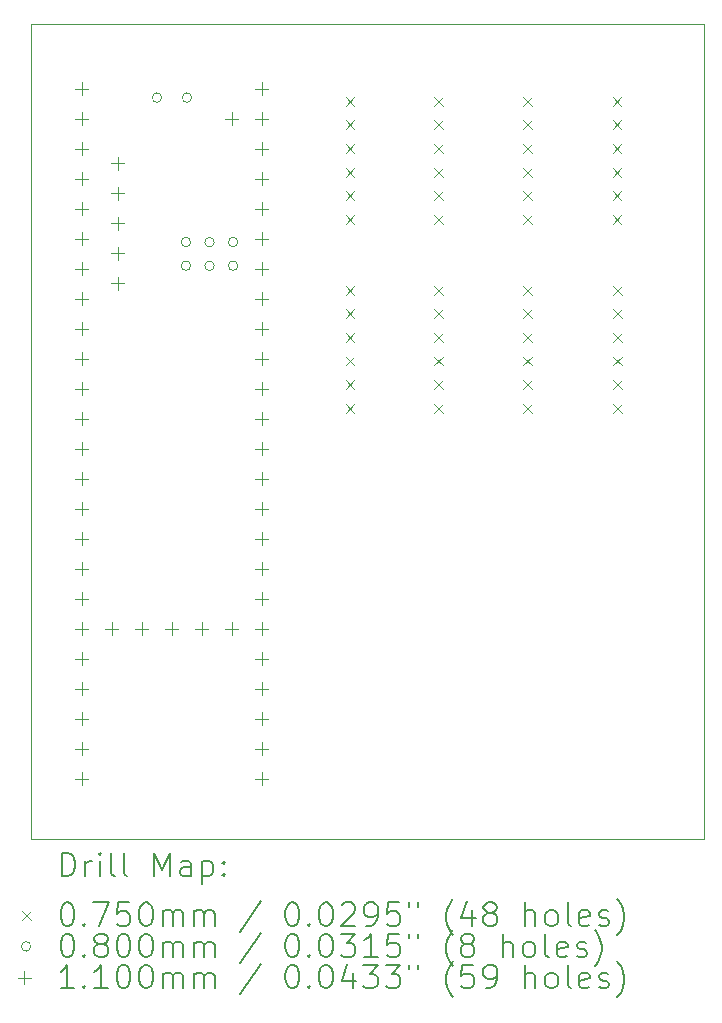
<source format=gbr>
%TF.GenerationSoftware,KiCad,Pcbnew,9.0.4*%
%TF.CreationDate,2025-09-16T15:36:57-04:00*%
%TF.ProjectId,mic,6d69632e-6b69-4636-9164-5f7063625858,rev?*%
%TF.SameCoordinates,Original*%
%TF.FileFunction,Drillmap*%
%TF.FilePolarity,Positive*%
%FSLAX45Y45*%
G04 Gerber Fmt 4.5, Leading zero omitted, Abs format (unit mm)*
G04 Created by KiCad (PCBNEW 9.0.4) date 2025-09-16 15:36:57*
%MOMM*%
%LPD*%
G01*
G04 APERTURE LIST*
%ADD10C,0.050000*%
%ADD11C,0.200000*%
%ADD12C,0.100000*%
%ADD13C,0.110000*%
G04 APERTURE END LIST*
D10*
X17900000Y-2850000D02*
X23600000Y-2850000D01*
X23600000Y-9750000D01*
X17900000Y-9750000D01*
X17900000Y-2850000D01*
D11*
D12*
X20562500Y-3462500D02*
X20637500Y-3537500D01*
X20637500Y-3462500D02*
X20562500Y-3537500D01*
X20562500Y-3662500D02*
X20637500Y-3737500D01*
X20637500Y-3662500D02*
X20562500Y-3737500D01*
X20562500Y-3862500D02*
X20637500Y-3937500D01*
X20637500Y-3862500D02*
X20562500Y-3937500D01*
X20562500Y-4062500D02*
X20637500Y-4137500D01*
X20637500Y-4062500D02*
X20562500Y-4137500D01*
X20562500Y-4262500D02*
X20637500Y-4337500D01*
X20637500Y-4262500D02*
X20562500Y-4337500D01*
X20562500Y-4462500D02*
X20637500Y-4537500D01*
X20637500Y-4462500D02*
X20562500Y-4537500D01*
X20562500Y-5062500D02*
X20637500Y-5137500D01*
X20637500Y-5062500D02*
X20562500Y-5137500D01*
X20562500Y-5262500D02*
X20637500Y-5337500D01*
X20637500Y-5262500D02*
X20562500Y-5337500D01*
X20562500Y-5462500D02*
X20637500Y-5537500D01*
X20637500Y-5462500D02*
X20562500Y-5537500D01*
X20562500Y-5662500D02*
X20637500Y-5737500D01*
X20637500Y-5662500D02*
X20562500Y-5737500D01*
X20562500Y-5862500D02*
X20637500Y-5937500D01*
X20637500Y-5862500D02*
X20562500Y-5937500D01*
X20562500Y-6062500D02*
X20637500Y-6137500D01*
X20637500Y-6062500D02*
X20562500Y-6137500D01*
X21312500Y-3462500D02*
X21387500Y-3537500D01*
X21387500Y-3462500D02*
X21312500Y-3537500D01*
X21312500Y-3662500D02*
X21387500Y-3737500D01*
X21387500Y-3662500D02*
X21312500Y-3737500D01*
X21312500Y-3862500D02*
X21387500Y-3937500D01*
X21387500Y-3862500D02*
X21312500Y-3937500D01*
X21312500Y-4062500D02*
X21387500Y-4137500D01*
X21387500Y-4062500D02*
X21312500Y-4137500D01*
X21312500Y-4262500D02*
X21387500Y-4337500D01*
X21387500Y-4262500D02*
X21312500Y-4337500D01*
X21312500Y-4462500D02*
X21387500Y-4537500D01*
X21387500Y-4462500D02*
X21312500Y-4537500D01*
X21312500Y-5062500D02*
X21387500Y-5137500D01*
X21387500Y-5062500D02*
X21312500Y-5137500D01*
X21312500Y-5262500D02*
X21387500Y-5337500D01*
X21387500Y-5262500D02*
X21312500Y-5337500D01*
X21312500Y-5462500D02*
X21387500Y-5537500D01*
X21387500Y-5462500D02*
X21312500Y-5537500D01*
X21312500Y-5662500D02*
X21387500Y-5737500D01*
X21387500Y-5662500D02*
X21312500Y-5737500D01*
X21312500Y-5862500D02*
X21387500Y-5937500D01*
X21387500Y-5862500D02*
X21312500Y-5937500D01*
X21312500Y-6062500D02*
X21387500Y-6137500D01*
X21387500Y-6062500D02*
X21312500Y-6137500D01*
X22062500Y-5062500D02*
X22137500Y-5137500D01*
X22137500Y-5062500D02*
X22062500Y-5137500D01*
X22062500Y-5262500D02*
X22137500Y-5337500D01*
X22137500Y-5262500D02*
X22062500Y-5337500D01*
X22062500Y-5462500D02*
X22137500Y-5537500D01*
X22137500Y-5462500D02*
X22062500Y-5537500D01*
X22062500Y-5662500D02*
X22137500Y-5737500D01*
X22137500Y-5662500D02*
X22062500Y-5737500D01*
X22062500Y-5862500D02*
X22137500Y-5937500D01*
X22137500Y-5862500D02*
X22062500Y-5937500D01*
X22062500Y-6062500D02*
X22137500Y-6137500D01*
X22137500Y-6062500D02*
X22062500Y-6137500D01*
X22067500Y-3462500D02*
X22142500Y-3537500D01*
X22142500Y-3462500D02*
X22067500Y-3537500D01*
X22067500Y-3662500D02*
X22142500Y-3737500D01*
X22142500Y-3662500D02*
X22067500Y-3737500D01*
X22067500Y-3862500D02*
X22142500Y-3937500D01*
X22142500Y-3862500D02*
X22067500Y-3937500D01*
X22067500Y-4062500D02*
X22142500Y-4137500D01*
X22142500Y-4062500D02*
X22067500Y-4137500D01*
X22067500Y-4262500D02*
X22142500Y-4337500D01*
X22142500Y-4262500D02*
X22067500Y-4337500D01*
X22067500Y-4462500D02*
X22142500Y-4537500D01*
X22142500Y-4462500D02*
X22067500Y-4537500D01*
X22822500Y-3462500D02*
X22897500Y-3537500D01*
X22897500Y-3462500D02*
X22822500Y-3537500D01*
X22822500Y-3662500D02*
X22897500Y-3737500D01*
X22897500Y-3662500D02*
X22822500Y-3737500D01*
X22822500Y-3862500D02*
X22897500Y-3937500D01*
X22897500Y-3862500D02*
X22822500Y-3937500D01*
X22822500Y-4062500D02*
X22897500Y-4137500D01*
X22897500Y-4062500D02*
X22822500Y-4137500D01*
X22822500Y-4262500D02*
X22897500Y-4337500D01*
X22897500Y-4262500D02*
X22822500Y-4337500D01*
X22822500Y-4462500D02*
X22897500Y-4537500D01*
X22897500Y-4462500D02*
X22822500Y-4537500D01*
X22827500Y-5062500D02*
X22902500Y-5137500D01*
X22902500Y-5062500D02*
X22827500Y-5137500D01*
X22827500Y-5262500D02*
X22902500Y-5337500D01*
X22902500Y-5262500D02*
X22827500Y-5337500D01*
X22827500Y-5462500D02*
X22902500Y-5537500D01*
X22902500Y-5462500D02*
X22827500Y-5537500D01*
X22827500Y-5662500D02*
X22902500Y-5737500D01*
X22902500Y-5662500D02*
X22827500Y-5737500D01*
X22827500Y-5862500D02*
X22902500Y-5937500D01*
X22902500Y-5862500D02*
X22827500Y-5937500D01*
X22827500Y-6062500D02*
X22902500Y-6137500D01*
X22902500Y-6062500D02*
X22827500Y-6137500D01*
X19005000Y-3469000D02*
G75*
G02*
X18925000Y-3469000I-40000J0D01*
G01*
X18925000Y-3469000D02*
G75*
G02*
X19005000Y-3469000I40000J0D01*
G01*
X19250160Y-4693000D02*
G75*
G02*
X19170160Y-4693000I-40000J0D01*
G01*
X19170160Y-4693000D02*
G75*
G02*
X19250160Y-4693000I40000J0D01*
G01*
X19250160Y-4893000D02*
G75*
G02*
X19170160Y-4893000I-40000J0D01*
G01*
X19170160Y-4893000D02*
G75*
G02*
X19250160Y-4893000I40000J0D01*
G01*
X19259000Y-3469000D02*
G75*
G02*
X19179000Y-3469000I-40000J0D01*
G01*
X19179000Y-3469000D02*
G75*
G02*
X19259000Y-3469000I40000J0D01*
G01*
X19450160Y-4693000D02*
G75*
G02*
X19370160Y-4693000I-40000J0D01*
G01*
X19370160Y-4693000D02*
G75*
G02*
X19450160Y-4693000I40000J0D01*
G01*
X19450160Y-4893000D02*
G75*
G02*
X19370160Y-4893000I-40000J0D01*
G01*
X19370160Y-4893000D02*
G75*
G02*
X19450160Y-4893000I40000J0D01*
G01*
X19650160Y-4693000D02*
G75*
G02*
X19570160Y-4693000I-40000J0D01*
G01*
X19570160Y-4693000D02*
G75*
G02*
X19650160Y-4693000I40000J0D01*
G01*
X19650160Y-4893000D02*
G75*
G02*
X19570160Y-4893000I-40000J0D01*
G01*
X19570160Y-4893000D02*
G75*
G02*
X19650160Y-4893000I40000J0D01*
G01*
D13*
X18330000Y-3341000D02*
X18330000Y-3451000D01*
X18275000Y-3396000D02*
X18385000Y-3396000D01*
X18330000Y-3595000D02*
X18330000Y-3705000D01*
X18275000Y-3650000D02*
X18385000Y-3650000D01*
X18330000Y-3849000D02*
X18330000Y-3959000D01*
X18275000Y-3904000D02*
X18385000Y-3904000D01*
X18330000Y-4103000D02*
X18330000Y-4213000D01*
X18275000Y-4158000D02*
X18385000Y-4158000D01*
X18330000Y-4357000D02*
X18330000Y-4467000D01*
X18275000Y-4412000D02*
X18385000Y-4412000D01*
X18330000Y-4611000D02*
X18330000Y-4721000D01*
X18275000Y-4666000D02*
X18385000Y-4666000D01*
X18330000Y-4865000D02*
X18330000Y-4975000D01*
X18275000Y-4920000D02*
X18385000Y-4920000D01*
X18330000Y-5119000D02*
X18330000Y-5229000D01*
X18275000Y-5174000D02*
X18385000Y-5174000D01*
X18330000Y-5373000D02*
X18330000Y-5483000D01*
X18275000Y-5428000D02*
X18385000Y-5428000D01*
X18330000Y-5627000D02*
X18330000Y-5737000D01*
X18275000Y-5682000D02*
X18385000Y-5682000D01*
X18330000Y-5881000D02*
X18330000Y-5991000D01*
X18275000Y-5936000D02*
X18385000Y-5936000D01*
X18330000Y-6135000D02*
X18330000Y-6245000D01*
X18275000Y-6190000D02*
X18385000Y-6190000D01*
X18330000Y-6389000D02*
X18330000Y-6499000D01*
X18275000Y-6444000D02*
X18385000Y-6444000D01*
X18330000Y-6643000D02*
X18330000Y-6753000D01*
X18275000Y-6698000D02*
X18385000Y-6698000D01*
X18330000Y-6897000D02*
X18330000Y-7007000D01*
X18275000Y-6952000D02*
X18385000Y-6952000D01*
X18330000Y-7151000D02*
X18330000Y-7261000D01*
X18275000Y-7206000D02*
X18385000Y-7206000D01*
X18330000Y-7405000D02*
X18330000Y-7515000D01*
X18275000Y-7460000D02*
X18385000Y-7460000D01*
X18330000Y-7659000D02*
X18330000Y-7769000D01*
X18275000Y-7714000D02*
X18385000Y-7714000D01*
X18330000Y-7913000D02*
X18330000Y-8023000D01*
X18275000Y-7968000D02*
X18385000Y-7968000D01*
X18330000Y-8167000D02*
X18330000Y-8277000D01*
X18275000Y-8222000D02*
X18385000Y-8222000D01*
X18330000Y-8421000D02*
X18330000Y-8531000D01*
X18275000Y-8476000D02*
X18385000Y-8476000D01*
X18330000Y-8675000D02*
X18330000Y-8785000D01*
X18275000Y-8730000D02*
X18385000Y-8730000D01*
X18330000Y-8929000D02*
X18330000Y-9039000D01*
X18275000Y-8984000D02*
X18385000Y-8984000D01*
X18330000Y-9183000D02*
X18330000Y-9293000D01*
X18275000Y-9238000D02*
X18385000Y-9238000D01*
X18584000Y-7913000D02*
X18584000Y-8023000D01*
X18529000Y-7968000D02*
X18639000Y-7968000D01*
X18635080Y-3970920D02*
X18635080Y-4080920D01*
X18580080Y-4025920D02*
X18690080Y-4025920D01*
X18635080Y-4224920D02*
X18635080Y-4334920D01*
X18580080Y-4279920D02*
X18690080Y-4279920D01*
X18635080Y-4478920D02*
X18635080Y-4588920D01*
X18580080Y-4533920D02*
X18690080Y-4533920D01*
X18635080Y-4732920D02*
X18635080Y-4842920D01*
X18580080Y-4787920D02*
X18690080Y-4787920D01*
X18635080Y-4986920D02*
X18635080Y-5096920D01*
X18580080Y-5041920D02*
X18690080Y-5041920D01*
X18838000Y-7913000D02*
X18838000Y-8023000D01*
X18783000Y-7968000D02*
X18893000Y-7968000D01*
X19092000Y-7913000D02*
X19092000Y-8023000D01*
X19037000Y-7968000D02*
X19147000Y-7968000D01*
X19346000Y-7913000D02*
X19346000Y-8023000D01*
X19291000Y-7968000D02*
X19401000Y-7968000D01*
X19600000Y-3595000D02*
X19600000Y-3705000D01*
X19545000Y-3650000D02*
X19655000Y-3650000D01*
X19600000Y-7913000D02*
X19600000Y-8023000D01*
X19545000Y-7968000D02*
X19655000Y-7968000D01*
X19854000Y-3341000D02*
X19854000Y-3451000D01*
X19799000Y-3396000D02*
X19909000Y-3396000D01*
X19854000Y-3595000D02*
X19854000Y-3705000D01*
X19799000Y-3650000D02*
X19909000Y-3650000D01*
X19854000Y-3849000D02*
X19854000Y-3959000D01*
X19799000Y-3904000D02*
X19909000Y-3904000D01*
X19854000Y-4103000D02*
X19854000Y-4213000D01*
X19799000Y-4158000D02*
X19909000Y-4158000D01*
X19854000Y-4357000D02*
X19854000Y-4467000D01*
X19799000Y-4412000D02*
X19909000Y-4412000D01*
X19854000Y-4611000D02*
X19854000Y-4721000D01*
X19799000Y-4666000D02*
X19909000Y-4666000D01*
X19854000Y-4865000D02*
X19854000Y-4975000D01*
X19799000Y-4920000D02*
X19909000Y-4920000D01*
X19854000Y-5119000D02*
X19854000Y-5229000D01*
X19799000Y-5174000D02*
X19909000Y-5174000D01*
X19854000Y-5373000D02*
X19854000Y-5483000D01*
X19799000Y-5428000D02*
X19909000Y-5428000D01*
X19854000Y-5627000D02*
X19854000Y-5737000D01*
X19799000Y-5682000D02*
X19909000Y-5682000D01*
X19854000Y-5881000D02*
X19854000Y-5991000D01*
X19799000Y-5936000D02*
X19909000Y-5936000D01*
X19854000Y-6135000D02*
X19854000Y-6245000D01*
X19799000Y-6190000D02*
X19909000Y-6190000D01*
X19854000Y-6389000D02*
X19854000Y-6499000D01*
X19799000Y-6444000D02*
X19909000Y-6444000D01*
X19854000Y-6643000D02*
X19854000Y-6753000D01*
X19799000Y-6698000D02*
X19909000Y-6698000D01*
X19854000Y-6897000D02*
X19854000Y-7007000D01*
X19799000Y-6952000D02*
X19909000Y-6952000D01*
X19854000Y-7151000D02*
X19854000Y-7261000D01*
X19799000Y-7206000D02*
X19909000Y-7206000D01*
X19854000Y-7405000D02*
X19854000Y-7515000D01*
X19799000Y-7460000D02*
X19909000Y-7460000D01*
X19854000Y-7659000D02*
X19854000Y-7769000D01*
X19799000Y-7714000D02*
X19909000Y-7714000D01*
X19854000Y-7913000D02*
X19854000Y-8023000D01*
X19799000Y-7968000D02*
X19909000Y-7968000D01*
X19854000Y-8167000D02*
X19854000Y-8277000D01*
X19799000Y-8222000D02*
X19909000Y-8222000D01*
X19854000Y-8421000D02*
X19854000Y-8531000D01*
X19799000Y-8476000D02*
X19909000Y-8476000D01*
X19854000Y-8675000D02*
X19854000Y-8785000D01*
X19799000Y-8730000D02*
X19909000Y-8730000D01*
X19854000Y-8929000D02*
X19854000Y-9039000D01*
X19799000Y-8984000D02*
X19909000Y-8984000D01*
X19854000Y-9183000D02*
X19854000Y-9293000D01*
X19799000Y-9238000D02*
X19909000Y-9238000D01*
D11*
X18158277Y-10063984D02*
X18158277Y-9863984D01*
X18158277Y-9863984D02*
X18205896Y-9863984D01*
X18205896Y-9863984D02*
X18234467Y-9873508D01*
X18234467Y-9873508D02*
X18253515Y-9892555D01*
X18253515Y-9892555D02*
X18263039Y-9911603D01*
X18263039Y-9911603D02*
X18272563Y-9949698D01*
X18272563Y-9949698D02*
X18272563Y-9978270D01*
X18272563Y-9978270D02*
X18263039Y-10016365D01*
X18263039Y-10016365D02*
X18253515Y-10035412D01*
X18253515Y-10035412D02*
X18234467Y-10054460D01*
X18234467Y-10054460D02*
X18205896Y-10063984D01*
X18205896Y-10063984D02*
X18158277Y-10063984D01*
X18358277Y-10063984D02*
X18358277Y-9930650D01*
X18358277Y-9968746D02*
X18367801Y-9949698D01*
X18367801Y-9949698D02*
X18377324Y-9940174D01*
X18377324Y-9940174D02*
X18396372Y-9930650D01*
X18396372Y-9930650D02*
X18415420Y-9930650D01*
X18482086Y-10063984D02*
X18482086Y-9930650D01*
X18482086Y-9863984D02*
X18472563Y-9873508D01*
X18472563Y-9873508D02*
X18482086Y-9883031D01*
X18482086Y-9883031D02*
X18491610Y-9873508D01*
X18491610Y-9873508D02*
X18482086Y-9863984D01*
X18482086Y-9863984D02*
X18482086Y-9883031D01*
X18605896Y-10063984D02*
X18586848Y-10054460D01*
X18586848Y-10054460D02*
X18577324Y-10035412D01*
X18577324Y-10035412D02*
X18577324Y-9863984D01*
X18710658Y-10063984D02*
X18691610Y-10054460D01*
X18691610Y-10054460D02*
X18682086Y-10035412D01*
X18682086Y-10035412D02*
X18682086Y-9863984D01*
X18939229Y-10063984D02*
X18939229Y-9863984D01*
X18939229Y-9863984D02*
X19005896Y-10006841D01*
X19005896Y-10006841D02*
X19072563Y-9863984D01*
X19072563Y-9863984D02*
X19072563Y-10063984D01*
X19253515Y-10063984D02*
X19253515Y-9959222D01*
X19253515Y-9959222D02*
X19243991Y-9940174D01*
X19243991Y-9940174D02*
X19224944Y-9930650D01*
X19224944Y-9930650D02*
X19186848Y-9930650D01*
X19186848Y-9930650D02*
X19167801Y-9940174D01*
X19253515Y-10054460D02*
X19234467Y-10063984D01*
X19234467Y-10063984D02*
X19186848Y-10063984D01*
X19186848Y-10063984D02*
X19167801Y-10054460D01*
X19167801Y-10054460D02*
X19158277Y-10035412D01*
X19158277Y-10035412D02*
X19158277Y-10016365D01*
X19158277Y-10016365D02*
X19167801Y-9997317D01*
X19167801Y-9997317D02*
X19186848Y-9987793D01*
X19186848Y-9987793D02*
X19234467Y-9987793D01*
X19234467Y-9987793D02*
X19253515Y-9978270D01*
X19348753Y-9930650D02*
X19348753Y-10130650D01*
X19348753Y-9940174D02*
X19367801Y-9930650D01*
X19367801Y-9930650D02*
X19405896Y-9930650D01*
X19405896Y-9930650D02*
X19424944Y-9940174D01*
X19424944Y-9940174D02*
X19434467Y-9949698D01*
X19434467Y-9949698D02*
X19443991Y-9968746D01*
X19443991Y-9968746D02*
X19443991Y-10025889D01*
X19443991Y-10025889D02*
X19434467Y-10044936D01*
X19434467Y-10044936D02*
X19424944Y-10054460D01*
X19424944Y-10054460D02*
X19405896Y-10063984D01*
X19405896Y-10063984D02*
X19367801Y-10063984D01*
X19367801Y-10063984D02*
X19348753Y-10054460D01*
X19529705Y-10044936D02*
X19539229Y-10054460D01*
X19539229Y-10054460D02*
X19529705Y-10063984D01*
X19529705Y-10063984D02*
X19520182Y-10054460D01*
X19520182Y-10054460D02*
X19529705Y-10044936D01*
X19529705Y-10044936D02*
X19529705Y-10063984D01*
X19529705Y-9940174D02*
X19539229Y-9949698D01*
X19539229Y-9949698D02*
X19529705Y-9959222D01*
X19529705Y-9959222D02*
X19520182Y-9949698D01*
X19520182Y-9949698D02*
X19529705Y-9940174D01*
X19529705Y-9940174D02*
X19529705Y-9959222D01*
D12*
X17822500Y-10355000D02*
X17897500Y-10430000D01*
X17897500Y-10355000D02*
X17822500Y-10430000D01*
D11*
X18196372Y-10283984D02*
X18215420Y-10283984D01*
X18215420Y-10283984D02*
X18234467Y-10293508D01*
X18234467Y-10293508D02*
X18243991Y-10303031D01*
X18243991Y-10303031D02*
X18253515Y-10322079D01*
X18253515Y-10322079D02*
X18263039Y-10360174D01*
X18263039Y-10360174D02*
X18263039Y-10407793D01*
X18263039Y-10407793D02*
X18253515Y-10445889D01*
X18253515Y-10445889D02*
X18243991Y-10464936D01*
X18243991Y-10464936D02*
X18234467Y-10474460D01*
X18234467Y-10474460D02*
X18215420Y-10483984D01*
X18215420Y-10483984D02*
X18196372Y-10483984D01*
X18196372Y-10483984D02*
X18177324Y-10474460D01*
X18177324Y-10474460D02*
X18167801Y-10464936D01*
X18167801Y-10464936D02*
X18158277Y-10445889D01*
X18158277Y-10445889D02*
X18148753Y-10407793D01*
X18148753Y-10407793D02*
X18148753Y-10360174D01*
X18148753Y-10360174D02*
X18158277Y-10322079D01*
X18158277Y-10322079D02*
X18167801Y-10303031D01*
X18167801Y-10303031D02*
X18177324Y-10293508D01*
X18177324Y-10293508D02*
X18196372Y-10283984D01*
X18348753Y-10464936D02*
X18358277Y-10474460D01*
X18358277Y-10474460D02*
X18348753Y-10483984D01*
X18348753Y-10483984D02*
X18339229Y-10474460D01*
X18339229Y-10474460D02*
X18348753Y-10464936D01*
X18348753Y-10464936D02*
X18348753Y-10483984D01*
X18424944Y-10283984D02*
X18558277Y-10283984D01*
X18558277Y-10283984D02*
X18472563Y-10483984D01*
X18729705Y-10283984D02*
X18634467Y-10283984D01*
X18634467Y-10283984D02*
X18624944Y-10379222D01*
X18624944Y-10379222D02*
X18634467Y-10369698D01*
X18634467Y-10369698D02*
X18653515Y-10360174D01*
X18653515Y-10360174D02*
X18701134Y-10360174D01*
X18701134Y-10360174D02*
X18720182Y-10369698D01*
X18720182Y-10369698D02*
X18729705Y-10379222D01*
X18729705Y-10379222D02*
X18739229Y-10398270D01*
X18739229Y-10398270D02*
X18739229Y-10445889D01*
X18739229Y-10445889D02*
X18729705Y-10464936D01*
X18729705Y-10464936D02*
X18720182Y-10474460D01*
X18720182Y-10474460D02*
X18701134Y-10483984D01*
X18701134Y-10483984D02*
X18653515Y-10483984D01*
X18653515Y-10483984D02*
X18634467Y-10474460D01*
X18634467Y-10474460D02*
X18624944Y-10464936D01*
X18863039Y-10283984D02*
X18882086Y-10283984D01*
X18882086Y-10283984D02*
X18901134Y-10293508D01*
X18901134Y-10293508D02*
X18910658Y-10303031D01*
X18910658Y-10303031D02*
X18920182Y-10322079D01*
X18920182Y-10322079D02*
X18929705Y-10360174D01*
X18929705Y-10360174D02*
X18929705Y-10407793D01*
X18929705Y-10407793D02*
X18920182Y-10445889D01*
X18920182Y-10445889D02*
X18910658Y-10464936D01*
X18910658Y-10464936D02*
X18901134Y-10474460D01*
X18901134Y-10474460D02*
X18882086Y-10483984D01*
X18882086Y-10483984D02*
X18863039Y-10483984D01*
X18863039Y-10483984D02*
X18843991Y-10474460D01*
X18843991Y-10474460D02*
X18834467Y-10464936D01*
X18834467Y-10464936D02*
X18824944Y-10445889D01*
X18824944Y-10445889D02*
X18815420Y-10407793D01*
X18815420Y-10407793D02*
X18815420Y-10360174D01*
X18815420Y-10360174D02*
X18824944Y-10322079D01*
X18824944Y-10322079D02*
X18834467Y-10303031D01*
X18834467Y-10303031D02*
X18843991Y-10293508D01*
X18843991Y-10293508D02*
X18863039Y-10283984D01*
X19015420Y-10483984D02*
X19015420Y-10350650D01*
X19015420Y-10369698D02*
X19024944Y-10360174D01*
X19024944Y-10360174D02*
X19043991Y-10350650D01*
X19043991Y-10350650D02*
X19072563Y-10350650D01*
X19072563Y-10350650D02*
X19091610Y-10360174D01*
X19091610Y-10360174D02*
X19101134Y-10379222D01*
X19101134Y-10379222D02*
X19101134Y-10483984D01*
X19101134Y-10379222D02*
X19110658Y-10360174D01*
X19110658Y-10360174D02*
X19129705Y-10350650D01*
X19129705Y-10350650D02*
X19158277Y-10350650D01*
X19158277Y-10350650D02*
X19177325Y-10360174D01*
X19177325Y-10360174D02*
X19186848Y-10379222D01*
X19186848Y-10379222D02*
X19186848Y-10483984D01*
X19282086Y-10483984D02*
X19282086Y-10350650D01*
X19282086Y-10369698D02*
X19291610Y-10360174D01*
X19291610Y-10360174D02*
X19310658Y-10350650D01*
X19310658Y-10350650D02*
X19339229Y-10350650D01*
X19339229Y-10350650D02*
X19358277Y-10360174D01*
X19358277Y-10360174D02*
X19367801Y-10379222D01*
X19367801Y-10379222D02*
X19367801Y-10483984D01*
X19367801Y-10379222D02*
X19377325Y-10360174D01*
X19377325Y-10360174D02*
X19396372Y-10350650D01*
X19396372Y-10350650D02*
X19424944Y-10350650D01*
X19424944Y-10350650D02*
X19443991Y-10360174D01*
X19443991Y-10360174D02*
X19453515Y-10379222D01*
X19453515Y-10379222D02*
X19453515Y-10483984D01*
X19843991Y-10274460D02*
X19672563Y-10531603D01*
X20101134Y-10283984D02*
X20120182Y-10283984D01*
X20120182Y-10283984D02*
X20139229Y-10293508D01*
X20139229Y-10293508D02*
X20148753Y-10303031D01*
X20148753Y-10303031D02*
X20158277Y-10322079D01*
X20158277Y-10322079D02*
X20167801Y-10360174D01*
X20167801Y-10360174D02*
X20167801Y-10407793D01*
X20167801Y-10407793D02*
X20158277Y-10445889D01*
X20158277Y-10445889D02*
X20148753Y-10464936D01*
X20148753Y-10464936D02*
X20139229Y-10474460D01*
X20139229Y-10474460D02*
X20120182Y-10483984D01*
X20120182Y-10483984D02*
X20101134Y-10483984D01*
X20101134Y-10483984D02*
X20082087Y-10474460D01*
X20082087Y-10474460D02*
X20072563Y-10464936D01*
X20072563Y-10464936D02*
X20063039Y-10445889D01*
X20063039Y-10445889D02*
X20053515Y-10407793D01*
X20053515Y-10407793D02*
X20053515Y-10360174D01*
X20053515Y-10360174D02*
X20063039Y-10322079D01*
X20063039Y-10322079D02*
X20072563Y-10303031D01*
X20072563Y-10303031D02*
X20082087Y-10293508D01*
X20082087Y-10293508D02*
X20101134Y-10283984D01*
X20253515Y-10464936D02*
X20263039Y-10474460D01*
X20263039Y-10474460D02*
X20253515Y-10483984D01*
X20253515Y-10483984D02*
X20243991Y-10474460D01*
X20243991Y-10474460D02*
X20253515Y-10464936D01*
X20253515Y-10464936D02*
X20253515Y-10483984D01*
X20386848Y-10283984D02*
X20405896Y-10283984D01*
X20405896Y-10283984D02*
X20424944Y-10293508D01*
X20424944Y-10293508D02*
X20434468Y-10303031D01*
X20434468Y-10303031D02*
X20443991Y-10322079D01*
X20443991Y-10322079D02*
X20453515Y-10360174D01*
X20453515Y-10360174D02*
X20453515Y-10407793D01*
X20453515Y-10407793D02*
X20443991Y-10445889D01*
X20443991Y-10445889D02*
X20434468Y-10464936D01*
X20434468Y-10464936D02*
X20424944Y-10474460D01*
X20424944Y-10474460D02*
X20405896Y-10483984D01*
X20405896Y-10483984D02*
X20386848Y-10483984D01*
X20386848Y-10483984D02*
X20367801Y-10474460D01*
X20367801Y-10474460D02*
X20358277Y-10464936D01*
X20358277Y-10464936D02*
X20348753Y-10445889D01*
X20348753Y-10445889D02*
X20339229Y-10407793D01*
X20339229Y-10407793D02*
X20339229Y-10360174D01*
X20339229Y-10360174D02*
X20348753Y-10322079D01*
X20348753Y-10322079D02*
X20358277Y-10303031D01*
X20358277Y-10303031D02*
X20367801Y-10293508D01*
X20367801Y-10293508D02*
X20386848Y-10283984D01*
X20529706Y-10303031D02*
X20539229Y-10293508D01*
X20539229Y-10293508D02*
X20558277Y-10283984D01*
X20558277Y-10283984D02*
X20605896Y-10283984D01*
X20605896Y-10283984D02*
X20624944Y-10293508D01*
X20624944Y-10293508D02*
X20634468Y-10303031D01*
X20634468Y-10303031D02*
X20643991Y-10322079D01*
X20643991Y-10322079D02*
X20643991Y-10341127D01*
X20643991Y-10341127D02*
X20634468Y-10369698D01*
X20634468Y-10369698D02*
X20520182Y-10483984D01*
X20520182Y-10483984D02*
X20643991Y-10483984D01*
X20739229Y-10483984D02*
X20777325Y-10483984D01*
X20777325Y-10483984D02*
X20796372Y-10474460D01*
X20796372Y-10474460D02*
X20805896Y-10464936D01*
X20805896Y-10464936D02*
X20824944Y-10436365D01*
X20824944Y-10436365D02*
X20834468Y-10398270D01*
X20834468Y-10398270D02*
X20834468Y-10322079D01*
X20834468Y-10322079D02*
X20824944Y-10303031D01*
X20824944Y-10303031D02*
X20815420Y-10293508D01*
X20815420Y-10293508D02*
X20796372Y-10283984D01*
X20796372Y-10283984D02*
X20758277Y-10283984D01*
X20758277Y-10283984D02*
X20739229Y-10293508D01*
X20739229Y-10293508D02*
X20729706Y-10303031D01*
X20729706Y-10303031D02*
X20720182Y-10322079D01*
X20720182Y-10322079D02*
X20720182Y-10369698D01*
X20720182Y-10369698D02*
X20729706Y-10388746D01*
X20729706Y-10388746D02*
X20739229Y-10398270D01*
X20739229Y-10398270D02*
X20758277Y-10407793D01*
X20758277Y-10407793D02*
X20796372Y-10407793D01*
X20796372Y-10407793D02*
X20815420Y-10398270D01*
X20815420Y-10398270D02*
X20824944Y-10388746D01*
X20824944Y-10388746D02*
X20834468Y-10369698D01*
X21015420Y-10283984D02*
X20920182Y-10283984D01*
X20920182Y-10283984D02*
X20910658Y-10379222D01*
X20910658Y-10379222D02*
X20920182Y-10369698D01*
X20920182Y-10369698D02*
X20939229Y-10360174D01*
X20939229Y-10360174D02*
X20986849Y-10360174D01*
X20986849Y-10360174D02*
X21005896Y-10369698D01*
X21005896Y-10369698D02*
X21015420Y-10379222D01*
X21015420Y-10379222D02*
X21024944Y-10398270D01*
X21024944Y-10398270D02*
X21024944Y-10445889D01*
X21024944Y-10445889D02*
X21015420Y-10464936D01*
X21015420Y-10464936D02*
X21005896Y-10474460D01*
X21005896Y-10474460D02*
X20986849Y-10483984D01*
X20986849Y-10483984D02*
X20939229Y-10483984D01*
X20939229Y-10483984D02*
X20920182Y-10474460D01*
X20920182Y-10474460D02*
X20910658Y-10464936D01*
X21101134Y-10283984D02*
X21101134Y-10322079D01*
X21177325Y-10283984D02*
X21177325Y-10322079D01*
X21472563Y-10560174D02*
X21463039Y-10550650D01*
X21463039Y-10550650D02*
X21443991Y-10522079D01*
X21443991Y-10522079D02*
X21434468Y-10503031D01*
X21434468Y-10503031D02*
X21424944Y-10474460D01*
X21424944Y-10474460D02*
X21415420Y-10426841D01*
X21415420Y-10426841D02*
X21415420Y-10388746D01*
X21415420Y-10388746D02*
X21424944Y-10341127D01*
X21424944Y-10341127D02*
X21434468Y-10312555D01*
X21434468Y-10312555D02*
X21443991Y-10293508D01*
X21443991Y-10293508D02*
X21463039Y-10264936D01*
X21463039Y-10264936D02*
X21472563Y-10255412D01*
X21634468Y-10350650D02*
X21634468Y-10483984D01*
X21586849Y-10274460D02*
X21539230Y-10417317D01*
X21539230Y-10417317D02*
X21663039Y-10417317D01*
X21767801Y-10369698D02*
X21748753Y-10360174D01*
X21748753Y-10360174D02*
X21739230Y-10350650D01*
X21739230Y-10350650D02*
X21729706Y-10331603D01*
X21729706Y-10331603D02*
X21729706Y-10322079D01*
X21729706Y-10322079D02*
X21739230Y-10303031D01*
X21739230Y-10303031D02*
X21748753Y-10293508D01*
X21748753Y-10293508D02*
X21767801Y-10283984D01*
X21767801Y-10283984D02*
X21805896Y-10283984D01*
X21805896Y-10283984D02*
X21824944Y-10293508D01*
X21824944Y-10293508D02*
X21834468Y-10303031D01*
X21834468Y-10303031D02*
X21843991Y-10322079D01*
X21843991Y-10322079D02*
X21843991Y-10331603D01*
X21843991Y-10331603D02*
X21834468Y-10350650D01*
X21834468Y-10350650D02*
X21824944Y-10360174D01*
X21824944Y-10360174D02*
X21805896Y-10369698D01*
X21805896Y-10369698D02*
X21767801Y-10369698D01*
X21767801Y-10369698D02*
X21748753Y-10379222D01*
X21748753Y-10379222D02*
X21739230Y-10388746D01*
X21739230Y-10388746D02*
X21729706Y-10407793D01*
X21729706Y-10407793D02*
X21729706Y-10445889D01*
X21729706Y-10445889D02*
X21739230Y-10464936D01*
X21739230Y-10464936D02*
X21748753Y-10474460D01*
X21748753Y-10474460D02*
X21767801Y-10483984D01*
X21767801Y-10483984D02*
X21805896Y-10483984D01*
X21805896Y-10483984D02*
X21824944Y-10474460D01*
X21824944Y-10474460D02*
X21834468Y-10464936D01*
X21834468Y-10464936D02*
X21843991Y-10445889D01*
X21843991Y-10445889D02*
X21843991Y-10407793D01*
X21843991Y-10407793D02*
X21834468Y-10388746D01*
X21834468Y-10388746D02*
X21824944Y-10379222D01*
X21824944Y-10379222D02*
X21805896Y-10369698D01*
X22082087Y-10483984D02*
X22082087Y-10283984D01*
X22167801Y-10483984D02*
X22167801Y-10379222D01*
X22167801Y-10379222D02*
X22158277Y-10360174D01*
X22158277Y-10360174D02*
X22139230Y-10350650D01*
X22139230Y-10350650D02*
X22110658Y-10350650D01*
X22110658Y-10350650D02*
X22091611Y-10360174D01*
X22091611Y-10360174D02*
X22082087Y-10369698D01*
X22291611Y-10483984D02*
X22272563Y-10474460D01*
X22272563Y-10474460D02*
X22263039Y-10464936D01*
X22263039Y-10464936D02*
X22253515Y-10445889D01*
X22253515Y-10445889D02*
X22253515Y-10388746D01*
X22253515Y-10388746D02*
X22263039Y-10369698D01*
X22263039Y-10369698D02*
X22272563Y-10360174D01*
X22272563Y-10360174D02*
X22291611Y-10350650D01*
X22291611Y-10350650D02*
X22320182Y-10350650D01*
X22320182Y-10350650D02*
X22339230Y-10360174D01*
X22339230Y-10360174D02*
X22348753Y-10369698D01*
X22348753Y-10369698D02*
X22358277Y-10388746D01*
X22358277Y-10388746D02*
X22358277Y-10445889D01*
X22358277Y-10445889D02*
X22348753Y-10464936D01*
X22348753Y-10464936D02*
X22339230Y-10474460D01*
X22339230Y-10474460D02*
X22320182Y-10483984D01*
X22320182Y-10483984D02*
X22291611Y-10483984D01*
X22472563Y-10483984D02*
X22453515Y-10474460D01*
X22453515Y-10474460D02*
X22443991Y-10455412D01*
X22443991Y-10455412D02*
X22443991Y-10283984D01*
X22624944Y-10474460D02*
X22605896Y-10483984D01*
X22605896Y-10483984D02*
X22567801Y-10483984D01*
X22567801Y-10483984D02*
X22548753Y-10474460D01*
X22548753Y-10474460D02*
X22539230Y-10455412D01*
X22539230Y-10455412D02*
X22539230Y-10379222D01*
X22539230Y-10379222D02*
X22548753Y-10360174D01*
X22548753Y-10360174D02*
X22567801Y-10350650D01*
X22567801Y-10350650D02*
X22605896Y-10350650D01*
X22605896Y-10350650D02*
X22624944Y-10360174D01*
X22624944Y-10360174D02*
X22634468Y-10379222D01*
X22634468Y-10379222D02*
X22634468Y-10398270D01*
X22634468Y-10398270D02*
X22539230Y-10417317D01*
X22710658Y-10474460D02*
X22729706Y-10483984D01*
X22729706Y-10483984D02*
X22767801Y-10483984D01*
X22767801Y-10483984D02*
X22786849Y-10474460D01*
X22786849Y-10474460D02*
X22796372Y-10455412D01*
X22796372Y-10455412D02*
X22796372Y-10445889D01*
X22796372Y-10445889D02*
X22786849Y-10426841D01*
X22786849Y-10426841D02*
X22767801Y-10417317D01*
X22767801Y-10417317D02*
X22739230Y-10417317D01*
X22739230Y-10417317D02*
X22720182Y-10407793D01*
X22720182Y-10407793D02*
X22710658Y-10388746D01*
X22710658Y-10388746D02*
X22710658Y-10379222D01*
X22710658Y-10379222D02*
X22720182Y-10360174D01*
X22720182Y-10360174D02*
X22739230Y-10350650D01*
X22739230Y-10350650D02*
X22767801Y-10350650D01*
X22767801Y-10350650D02*
X22786849Y-10360174D01*
X22863039Y-10560174D02*
X22872563Y-10550650D01*
X22872563Y-10550650D02*
X22891611Y-10522079D01*
X22891611Y-10522079D02*
X22901134Y-10503031D01*
X22901134Y-10503031D02*
X22910658Y-10474460D01*
X22910658Y-10474460D02*
X22920182Y-10426841D01*
X22920182Y-10426841D02*
X22920182Y-10388746D01*
X22920182Y-10388746D02*
X22910658Y-10341127D01*
X22910658Y-10341127D02*
X22901134Y-10312555D01*
X22901134Y-10312555D02*
X22891611Y-10293508D01*
X22891611Y-10293508D02*
X22872563Y-10264936D01*
X22872563Y-10264936D02*
X22863039Y-10255412D01*
D12*
X17897500Y-10656500D02*
G75*
G02*
X17817500Y-10656500I-40000J0D01*
G01*
X17817500Y-10656500D02*
G75*
G02*
X17897500Y-10656500I40000J0D01*
G01*
D11*
X18196372Y-10547984D02*
X18215420Y-10547984D01*
X18215420Y-10547984D02*
X18234467Y-10557508D01*
X18234467Y-10557508D02*
X18243991Y-10567031D01*
X18243991Y-10567031D02*
X18253515Y-10586079D01*
X18253515Y-10586079D02*
X18263039Y-10624174D01*
X18263039Y-10624174D02*
X18263039Y-10671793D01*
X18263039Y-10671793D02*
X18253515Y-10709889D01*
X18253515Y-10709889D02*
X18243991Y-10728936D01*
X18243991Y-10728936D02*
X18234467Y-10738460D01*
X18234467Y-10738460D02*
X18215420Y-10747984D01*
X18215420Y-10747984D02*
X18196372Y-10747984D01*
X18196372Y-10747984D02*
X18177324Y-10738460D01*
X18177324Y-10738460D02*
X18167801Y-10728936D01*
X18167801Y-10728936D02*
X18158277Y-10709889D01*
X18158277Y-10709889D02*
X18148753Y-10671793D01*
X18148753Y-10671793D02*
X18148753Y-10624174D01*
X18148753Y-10624174D02*
X18158277Y-10586079D01*
X18158277Y-10586079D02*
X18167801Y-10567031D01*
X18167801Y-10567031D02*
X18177324Y-10557508D01*
X18177324Y-10557508D02*
X18196372Y-10547984D01*
X18348753Y-10728936D02*
X18358277Y-10738460D01*
X18358277Y-10738460D02*
X18348753Y-10747984D01*
X18348753Y-10747984D02*
X18339229Y-10738460D01*
X18339229Y-10738460D02*
X18348753Y-10728936D01*
X18348753Y-10728936D02*
X18348753Y-10747984D01*
X18472563Y-10633698D02*
X18453515Y-10624174D01*
X18453515Y-10624174D02*
X18443991Y-10614650D01*
X18443991Y-10614650D02*
X18434467Y-10595603D01*
X18434467Y-10595603D02*
X18434467Y-10586079D01*
X18434467Y-10586079D02*
X18443991Y-10567031D01*
X18443991Y-10567031D02*
X18453515Y-10557508D01*
X18453515Y-10557508D02*
X18472563Y-10547984D01*
X18472563Y-10547984D02*
X18510658Y-10547984D01*
X18510658Y-10547984D02*
X18529705Y-10557508D01*
X18529705Y-10557508D02*
X18539229Y-10567031D01*
X18539229Y-10567031D02*
X18548753Y-10586079D01*
X18548753Y-10586079D02*
X18548753Y-10595603D01*
X18548753Y-10595603D02*
X18539229Y-10614650D01*
X18539229Y-10614650D02*
X18529705Y-10624174D01*
X18529705Y-10624174D02*
X18510658Y-10633698D01*
X18510658Y-10633698D02*
X18472563Y-10633698D01*
X18472563Y-10633698D02*
X18453515Y-10643222D01*
X18453515Y-10643222D02*
X18443991Y-10652746D01*
X18443991Y-10652746D02*
X18434467Y-10671793D01*
X18434467Y-10671793D02*
X18434467Y-10709889D01*
X18434467Y-10709889D02*
X18443991Y-10728936D01*
X18443991Y-10728936D02*
X18453515Y-10738460D01*
X18453515Y-10738460D02*
X18472563Y-10747984D01*
X18472563Y-10747984D02*
X18510658Y-10747984D01*
X18510658Y-10747984D02*
X18529705Y-10738460D01*
X18529705Y-10738460D02*
X18539229Y-10728936D01*
X18539229Y-10728936D02*
X18548753Y-10709889D01*
X18548753Y-10709889D02*
X18548753Y-10671793D01*
X18548753Y-10671793D02*
X18539229Y-10652746D01*
X18539229Y-10652746D02*
X18529705Y-10643222D01*
X18529705Y-10643222D02*
X18510658Y-10633698D01*
X18672563Y-10547984D02*
X18691610Y-10547984D01*
X18691610Y-10547984D02*
X18710658Y-10557508D01*
X18710658Y-10557508D02*
X18720182Y-10567031D01*
X18720182Y-10567031D02*
X18729705Y-10586079D01*
X18729705Y-10586079D02*
X18739229Y-10624174D01*
X18739229Y-10624174D02*
X18739229Y-10671793D01*
X18739229Y-10671793D02*
X18729705Y-10709889D01*
X18729705Y-10709889D02*
X18720182Y-10728936D01*
X18720182Y-10728936D02*
X18710658Y-10738460D01*
X18710658Y-10738460D02*
X18691610Y-10747984D01*
X18691610Y-10747984D02*
X18672563Y-10747984D01*
X18672563Y-10747984D02*
X18653515Y-10738460D01*
X18653515Y-10738460D02*
X18643991Y-10728936D01*
X18643991Y-10728936D02*
X18634467Y-10709889D01*
X18634467Y-10709889D02*
X18624944Y-10671793D01*
X18624944Y-10671793D02*
X18624944Y-10624174D01*
X18624944Y-10624174D02*
X18634467Y-10586079D01*
X18634467Y-10586079D02*
X18643991Y-10567031D01*
X18643991Y-10567031D02*
X18653515Y-10557508D01*
X18653515Y-10557508D02*
X18672563Y-10547984D01*
X18863039Y-10547984D02*
X18882086Y-10547984D01*
X18882086Y-10547984D02*
X18901134Y-10557508D01*
X18901134Y-10557508D02*
X18910658Y-10567031D01*
X18910658Y-10567031D02*
X18920182Y-10586079D01*
X18920182Y-10586079D02*
X18929705Y-10624174D01*
X18929705Y-10624174D02*
X18929705Y-10671793D01*
X18929705Y-10671793D02*
X18920182Y-10709889D01*
X18920182Y-10709889D02*
X18910658Y-10728936D01*
X18910658Y-10728936D02*
X18901134Y-10738460D01*
X18901134Y-10738460D02*
X18882086Y-10747984D01*
X18882086Y-10747984D02*
X18863039Y-10747984D01*
X18863039Y-10747984D02*
X18843991Y-10738460D01*
X18843991Y-10738460D02*
X18834467Y-10728936D01*
X18834467Y-10728936D02*
X18824944Y-10709889D01*
X18824944Y-10709889D02*
X18815420Y-10671793D01*
X18815420Y-10671793D02*
X18815420Y-10624174D01*
X18815420Y-10624174D02*
X18824944Y-10586079D01*
X18824944Y-10586079D02*
X18834467Y-10567031D01*
X18834467Y-10567031D02*
X18843991Y-10557508D01*
X18843991Y-10557508D02*
X18863039Y-10547984D01*
X19015420Y-10747984D02*
X19015420Y-10614650D01*
X19015420Y-10633698D02*
X19024944Y-10624174D01*
X19024944Y-10624174D02*
X19043991Y-10614650D01*
X19043991Y-10614650D02*
X19072563Y-10614650D01*
X19072563Y-10614650D02*
X19091610Y-10624174D01*
X19091610Y-10624174D02*
X19101134Y-10643222D01*
X19101134Y-10643222D02*
X19101134Y-10747984D01*
X19101134Y-10643222D02*
X19110658Y-10624174D01*
X19110658Y-10624174D02*
X19129705Y-10614650D01*
X19129705Y-10614650D02*
X19158277Y-10614650D01*
X19158277Y-10614650D02*
X19177325Y-10624174D01*
X19177325Y-10624174D02*
X19186848Y-10643222D01*
X19186848Y-10643222D02*
X19186848Y-10747984D01*
X19282086Y-10747984D02*
X19282086Y-10614650D01*
X19282086Y-10633698D02*
X19291610Y-10624174D01*
X19291610Y-10624174D02*
X19310658Y-10614650D01*
X19310658Y-10614650D02*
X19339229Y-10614650D01*
X19339229Y-10614650D02*
X19358277Y-10624174D01*
X19358277Y-10624174D02*
X19367801Y-10643222D01*
X19367801Y-10643222D02*
X19367801Y-10747984D01*
X19367801Y-10643222D02*
X19377325Y-10624174D01*
X19377325Y-10624174D02*
X19396372Y-10614650D01*
X19396372Y-10614650D02*
X19424944Y-10614650D01*
X19424944Y-10614650D02*
X19443991Y-10624174D01*
X19443991Y-10624174D02*
X19453515Y-10643222D01*
X19453515Y-10643222D02*
X19453515Y-10747984D01*
X19843991Y-10538460D02*
X19672563Y-10795603D01*
X20101134Y-10547984D02*
X20120182Y-10547984D01*
X20120182Y-10547984D02*
X20139229Y-10557508D01*
X20139229Y-10557508D02*
X20148753Y-10567031D01*
X20148753Y-10567031D02*
X20158277Y-10586079D01*
X20158277Y-10586079D02*
X20167801Y-10624174D01*
X20167801Y-10624174D02*
X20167801Y-10671793D01*
X20167801Y-10671793D02*
X20158277Y-10709889D01*
X20158277Y-10709889D02*
X20148753Y-10728936D01*
X20148753Y-10728936D02*
X20139229Y-10738460D01*
X20139229Y-10738460D02*
X20120182Y-10747984D01*
X20120182Y-10747984D02*
X20101134Y-10747984D01*
X20101134Y-10747984D02*
X20082087Y-10738460D01*
X20082087Y-10738460D02*
X20072563Y-10728936D01*
X20072563Y-10728936D02*
X20063039Y-10709889D01*
X20063039Y-10709889D02*
X20053515Y-10671793D01*
X20053515Y-10671793D02*
X20053515Y-10624174D01*
X20053515Y-10624174D02*
X20063039Y-10586079D01*
X20063039Y-10586079D02*
X20072563Y-10567031D01*
X20072563Y-10567031D02*
X20082087Y-10557508D01*
X20082087Y-10557508D02*
X20101134Y-10547984D01*
X20253515Y-10728936D02*
X20263039Y-10738460D01*
X20263039Y-10738460D02*
X20253515Y-10747984D01*
X20253515Y-10747984D02*
X20243991Y-10738460D01*
X20243991Y-10738460D02*
X20253515Y-10728936D01*
X20253515Y-10728936D02*
X20253515Y-10747984D01*
X20386848Y-10547984D02*
X20405896Y-10547984D01*
X20405896Y-10547984D02*
X20424944Y-10557508D01*
X20424944Y-10557508D02*
X20434468Y-10567031D01*
X20434468Y-10567031D02*
X20443991Y-10586079D01*
X20443991Y-10586079D02*
X20453515Y-10624174D01*
X20453515Y-10624174D02*
X20453515Y-10671793D01*
X20453515Y-10671793D02*
X20443991Y-10709889D01*
X20443991Y-10709889D02*
X20434468Y-10728936D01*
X20434468Y-10728936D02*
X20424944Y-10738460D01*
X20424944Y-10738460D02*
X20405896Y-10747984D01*
X20405896Y-10747984D02*
X20386848Y-10747984D01*
X20386848Y-10747984D02*
X20367801Y-10738460D01*
X20367801Y-10738460D02*
X20358277Y-10728936D01*
X20358277Y-10728936D02*
X20348753Y-10709889D01*
X20348753Y-10709889D02*
X20339229Y-10671793D01*
X20339229Y-10671793D02*
X20339229Y-10624174D01*
X20339229Y-10624174D02*
X20348753Y-10586079D01*
X20348753Y-10586079D02*
X20358277Y-10567031D01*
X20358277Y-10567031D02*
X20367801Y-10557508D01*
X20367801Y-10557508D02*
X20386848Y-10547984D01*
X20520182Y-10547984D02*
X20643991Y-10547984D01*
X20643991Y-10547984D02*
X20577325Y-10624174D01*
X20577325Y-10624174D02*
X20605896Y-10624174D01*
X20605896Y-10624174D02*
X20624944Y-10633698D01*
X20624944Y-10633698D02*
X20634468Y-10643222D01*
X20634468Y-10643222D02*
X20643991Y-10662270D01*
X20643991Y-10662270D02*
X20643991Y-10709889D01*
X20643991Y-10709889D02*
X20634468Y-10728936D01*
X20634468Y-10728936D02*
X20624944Y-10738460D01*
X20624944Y-10738460D02*
X20605896Y-10747984D01*
X20605896Y-10747984D02*
X20548753Y-10747984D01*
X20548753Y-10747984D02*
X20529706Y-10738460D01*
X20529706Y-10738460D02*
X20520182Y-10728936D01*
X20834468Y-10747984D02*
X20720182Y-10747984D01*
X20777325Y-10747984D02*
X20777325Y-10547984D01*
X20777325Y-10547984D02*
X20758277Y-10576555D01*
X20758277Y-10576555D02*
X20739229Y-10595603D01*
X20739229Y-10595603D02*
X20720182Y-10605127D01*
X21015420Y-10547984D02*
X20920182Y-10547984D01*
X20920182Y-10547984D02*
X20910658Y-10643222D01*
X20910658Y-10643222D02*
X20920182Y-10633698D01*
X20920182Y-10633698D02*
X20939229Y-10624174D01*
X20939229Y-10624174D02*
X20986849Y-10624174D01*
X20986849Y-10624174D02*
X21005896Y-10633698D01*
X21005896Y-10633698D02*
X21015420Y-10643222D01*
X21015420Y-10643222D02*
X21024944Y-10662270D01*
X21024944Y-10662270D02*
X21024944Y-10709889D01*
X21024944Y-10709889D02*
X21015420Y-10728936D01*
X21015420Y-10728936D02*
X21005896Y-10738460D01*
X21005896Y-10738460D02*
X20986849Y-10747984D01*
X20986849Y-10747984D02*
X20939229Y-10747984D01*
X20939229Y-10747984D02*
X20920182Y-10738460D01*
X20920182Y-10738460D02*
X20910658Y-10728936D01*
X21101134Y-10547984D02*
X21101134Y-10586079D01*
X21177325Y-10547984D02*
X21177325Y-10586079D01*
X21472563Y-10824174D02*
X21463039Y-10814650D01*
X21463039Y-10814650D02*
X21443991Y-10786079D01*
X21443991Y-10786079D02*
X21434468Y-10767031D01*
X21434468Y-10767031D02*
X21424944Y-10738460D01*
X21424944Y-10738460D02*
X21415420Y-10690841D01*
X21415420Y-10690841D02*
X21415420Y-10652746D01*
X21415420Y-10652746D02*
X21424944Y-10605127D01*
X21424944Y-10605127D02*
X21434468Y-10576555D01*
X21434468Y-10576555D02*
X21443991Y-10557508D01*
X21443991Y-10557508D02*
X21463039Y-10528936D01*
X21463039Y-10528936D02*
X21472563Y-10519412D01*
X21577325Y-10633698D02*
X21558277Y-10624174D01*
X21558277Y-10624174D02*
X21548753Y-10614650D01*
X21548753Y-10614650D02*
X21539230Y-10595603D01*
X21539230Y-10595603D02*
X21539230Y-10586079D01*
X21539230Y-10586079D02*
X21548753Y-10567031D01*
X21548753Y-10567031D02*
X21558277Y-10557508D01*
X21558277Y-10557508D02*
X21577325Y-10547984D01*
X21577325Y-10547984D02*
X21615420Y-10547984D01*
X21615420Y-10547984D02*
X21634468Y-10557508D01*
X21634468Y-10557508D02*
X21643991Y-10567031D01*
X21643991Y-10567031D02*
X21653515Y-10586079D01*
X21653515Y-10586079D02*
X21653515Y-10595603D01*
X21653515Y-10595603D02*
X21643991Y-10614650D01*
X21643991Y-10614650D02*
X21634468Y-10624174D01*
X21634468Y-10624174D02*
X21615420Y-10633698D01*
X21615420Y-10633698D02*
X21577325Y-10633698D01*
X21577325Y-10633698D02*
X21558277Y-10643222D01*
X21558277Y-10643222D02*
X21548753Y-10652746D01*
X21548753Y-10652746D02*
X21539230Y-10671793D01*
X21539230Y-10671793D02*
X21539230Y-10709889D01*
X21539230Y-10709889D02*
X21548753Y-10728936D01*
X21548753Y-10728936D02*
X21558277Y-10738460D01*
X21558277Y-10738460D02*
X21577325Y-10747984D01*
X21577325Y-10747984D02*
X21615420Y-10747984D01*
X21615420Y-10747984D02*
X21634468Y-10738460D01*
X21634468Y-10738460D02*
X21643991Y-10728936D01*
X21643991Y-10728936D02*
X21653515Y-10709889D01*
X21653515Y-10709889D02*
X21653515Y-10671793D01*
X21653515Y-10671793D02*
X21643991Y-10652746D01*
X21643991Y-10652746D02*
X21634468Y-10643222D01*
X21634468Y-10643222D02*
X21615420Y-10633698D01*
X21891611Y-10747984D02*
X21891611Y-10547984D01*
X21977325Y-10747984D02*
X21977325Y-10643222D01*
X21977325Y-10643222D02*
X21967801Y-10624174D01*
X21967801Y-10624174D02*
X21948753Y-10614650D01*
X21948753Y-10614650D02*
X21920182Y-10614650D01*
X21920182Y-10614650D02*
X21901134Y-10624174D01*
X21901134Y-10624174D02*
X21891611Y-10633698D01*
X22101134Y-10747984D02*
X22082087Y-10738460D01*
X22082087Y-10738460D02*
X22072563Y-10728936D01*
X22072563Y-10728936D02*
X22063039Y-10709889D01*
X22063039Y-10709889D02*
X22063039Y-10652746D01*
X22063039Y-10652746D02*
X22072563Y-10633698D01*
X22072563Y-10633698D02*
X22082087Y-10624174D01*
X22082087Y-10624174D02*
X22101134Y-10614650D01*
X22101134Y-10614650D02*
X22129706Y-10614650D01*
X22129706Y-10614650D02*
X22148753Y-10624174D01*
X22148753Y-10624174D02*
X22158277Y-10633698D01*
X22158277Y-10633698D02*
X22167801Y-10652746D01*
X22167801Y-10652746D02*
X22167801Y-10709889D01*
X22167801Y-10709889D02*
X22158277Y-10728936D01*
X22158277Y-10728936D02*
X22148753Y-10738460D01*
X22148753Y-10738460D02*
X22129706Y-10747984D01*
X22129706Y-10747984D02*
X22101134Y-10747984D01*
X22282087Y-10747984D02*
X22263039Y-10738460D01*
X22263039Y-10738460D02*
X22253515Y-10719412D01*
X22253515Y-10719412D02*
X22253515Y-10547984D01*
X22434468Y-10738460D02*
X22415420Y-10747984D01*
X22415420Y-10747984D02*
X22377325Y-10747984D01*
X22377325Y-10747984D02*
X22358277Y-10738460D01*
X22358277Y-10738460D02*
X22348753Y-10719412D01*
X22348753Y-10719412D02*
X22348753Y-10643222D01*
X22348753Y-10643222D02*
X22358277Y-10624174D01*
X22358277Y-10624174D02*
X22377325Y-10614650D01*
X22377325Y-10614650D02*
X22415420Y-10614650D01*
X22415420Y-10614650D02*
X22434468Y-10624174D01*
X22434468Y-10624174D02*
X22443991Y-10643222D01*
X22443991Y-10643222D02*
X22443991Y-10662270D01*
X22443991Y-10662270D02*
X22348753Y-10681317D01*
X22520182Y-10738460D02*
X22539230Y-10747984D01*
X22539230Y-10747984D02*
X22577325Y-10747984D01*
X22577325Y-10747984D02*
X22596372Y-10738460D01*
X22596372Y-10738460D02*
X22605896Y-10719412D01*
X22605896Y-10719412D02*
X22605896Y-10709889D01*
X22605896Y-10709889D02*
X22596372Y-10690841D01*
X22596372Y-10690841D02*
X22577325Y-10681317D01*
X22577325Y-10681317D02*
X22548753Y-10681317D01*
X22548753Y-10681317D02*
X22529706Y-10671793D01*
X22529706Y-10671793D02*
X22520182Y-10652746D01*
X22520182Y-10652746D02*
X22520182Y-10643222D01*
X22520182Y-10643222D02*
X22529706Y-10624174D01*
X22529706Y-10624174D02*
X22548753Y-10614650D01*
X22548753Y-10614650D02*
X22577325Y-10614650D01*
X22577325Y-10614650D02*
X22596372Y-10624174D01*
X22672563Y-10824174D02*
X22682087Y-10814650D01*
X22682087Y-10814650D02*
X22701134Y-10786079D01*
X22701134Y-10786079D02*
X22710658Y-10767031D01*
X22710658Y-10767031D02*
X22720182Y-10738460D01*
X22720182Y-10738460D02*
X22729706Y-10690841D01*
X22729706Y-10690841D02*
X22729706Y-10652746D01*
X22729706Y-10652746D02*
X22720182Y-10605127D01*
X22720182Y-10605127D02*
X22710658Y-10576555D01*
X22710658Y-10576555D02*
X22701134Y-10557508D01*
X22701134Y-10557508D02*
X22682087Y-10528936D01*
X22682087Y-10528936D02*
X22672563Y-10519412D01*
D13*
X17842500Y-10865500D02*
X17842500Y-10975500D01*
X17787500Y-10920500D02*
X17897500Y-10920500D01*
D11*
X18263039Y-11011984D02*
X18148753Y-11011984D01*
X18205896Y-11011984D02*
X18205896Y-10811984D01*
X18205896Y-10811984D02*
X18186848Y-10840555D01*
X18186848Y-10840555D02*
X18167801Y-10859603D01*
X18167801Y-10859603D02*
X18148753Y-10869127D01*
X18348753Y-10992936D02*
X18358277Y-11002460D01*
X18358277Y-11002460D02*
X18348753Y-11011984D01*
X18348753Y-11011984D02*
X18339229Y-11002460D01*
X18339229Y-11002460D02*
X18348753Y-10992936D01*
X18348753Y-10992936D02*
X18348753Y-11011984D01*
X18548753Y-11011984D02*
X18434467Y-11011984D01*
X18491610Y-11011984D02*
X18491610Y-10811984D01*
X18491610Y-10811984D02*
X18472563Y-10840555D01*
X18472563Y-10840555D02*
X18453515Y-10859603D01*
X18453515Y-10859603D02*
X18434467Y-10869127D01*
X18672563Y-10811984D02*
X18691610Y-10811984D01*
X18691610Y-10811984D02*
X18710658Y-10821508D01*
X18710658Y-10821508D02*
X18720182Y-10831031D01*
X18720182Y-10831031D02*
X18729705Y-10850079D01*
X18729705Y-10850079D02*
X18739229Y-10888174D01*
X18739229Y-10888174D02*
X18739229Y-10935793D01*
X18739229Y-10935793D02*
X18729705Y-10973889D01*
X18729705Y-10973889D02*
X18720182Y-10992936D01*
X18720182Y-10992936D02*
X18710658Y-11002460D01*
X18710658Y-11002460D02*
X18691610Y-11011984D01*
X18691610Y-11011984D02*
X18672563Y-11011984D01*
X18672563Y-11011984D02*
X18653515Y-11002460D01*
X18653515Y-11002460D02*
X18643991Y-10992936D01*
X18643991Y-10992936D02*
X18634467Y-10973889D01*
X18634467Y-10973889D02*
X18624944Y-10935793D01*
X18624944Y-10935793D02*
X18624944Y-10888174D01*
X18624944Y-10888174D02*
X18634467Y-10850079D01*
X18634467Y-10850079D02*
X18643991Y-10831031D01*
X18643991Y-10831031D02*
X18653515Y-10821508D01*
X18653515Y-10821508D02*
X18672563Y-10811984D01*
X18863039Y-10811984D02*
X18882086Y-10811984D01*
X18882086Y-10811984D02*
X18901134Y-10821508D01*
X18901134Y-10821508D02*
X18910658Y-10831031D01*
X18910658Y-10831031D02*
X18920182Y-10850079D01*
X18920182Y-10850079D02*
X18929705Y-10888174D01*
X18929705Y-10888174D02*
X18929705Y-10935793D01*
X18929705Y-10935793D02*
X18920182Y-10973889D01*
X18920182Y-10973889D02*
X18910658Y-10992936D01*
X18910658Y-10992936D02*
X18901134Y-11002460D01*
X18901134Y-11002460D02*
X18882086Y-11011984D01*
X18882086Y-11011984D02*
X18863039Y-11011984D01*
X18863039Y-11011984D02*
X18843991Y-11002460D01*
X18843991Y-11002460D02*
X18834467Y-10992936D01*
X18834467Y-10992936D02*
X18824944Y-10973889D01*
X18824944Y-10973889D02*
X18815420Y-10935793D01*
X18815420Y-10935793D02*
X18815420Y-10888174D01*
X18815420Y-10888174D02*
X18824944Y-10850079D01*
X18824944Y-10850079D02*
X18834467Y-10831031D01*
X18834467Y-10831031D02*
X18843991Y-10821508D01*
X18843991Y-10821508D02*
X18863039Y-10811984D01*
X19015420Y-11011984D02*
X19015420Y-10878650D01*
X19015420Y-10897698D02*
X19024944Y-10888174D01*
X19024944Y-10888174D02*
X19043991Y-10878650D01*
X19043991Y-10878650D02*
X19072563Y-10878650D01*
X19072563Y-10878650D02*
X19091610Y-10888174D01*
X19091610Y-10888174D02*
X19101134Y-10907222D01*
X19101134Y-10907222D02*
X19101134Y-11011984D01*
X19101134Y-10907222D02*
X19110658Y-10888174D01*
X19110658Y-10888174D02*
X19129705Y-10878650D01*
X19129705Y-10878650D02*
X19158277Y-10878650D01*
X19158277Y-10878650D02*
X19177325Y-10888174D01*
X19177325Y-10888174D02*
X19186848Y-10907222D01*
X19186848Y-10907222D02*
X19186848Y-11011984D01*
X19282086Y-11011984D02*
X19282086Y-10878650D01*
X19282086Y-10897698D02*
X19291610Y-10888174D01*
X19291610Y-10888174D02*
X19310658Y-10878650D01*
X19310658Y-10878650D02*
X19339229Y-10878650D01*
X19339229Y-10878650D02*
X19358277Y-10888174D01*
X19358277Y-10888174D02*
X19367801Y-10907222D01*
X19367801Y-10907222D02*
X19367801Y-11011984D01*
X19367801Y-10907222D02*
X19377325Y-10888174D01*
X19377325Y-10888174D02*
X19396372Y-10878650D01*
X19396372Y-10878650D02*
X19424944Y-10878650D01*
X19424944Y-10878650D02*
X19443991Y-10888174D01*
X19443991Y-10888174D02*
X19453515Y-10907222D01*
X19453515Y-10907222D02*
X19453515Y-11011984D01*
X19843991Y-10802460D02*
X19672563Y-11059603D01*
X20101134Y-10811984D02*
X20120182Y-10811984D01*
X20120182Y-10811984D02*
X20139229Y-10821508D01*
X20139229Y-10821508D02*
X20148753Y-10831031D01*
X20148753Y-10831031D02*
X20158277Y-10850079D01*
X20158277Y-10850079D02*
X20167801Y-10888174D01*
X20167801Y-10888174D02*
X20167801Y-10935793D01*
X20167801Y-10935793D02*
X20158277Y-10973889D01*
X20158277Y-10973889D02*
X20148753Y-10992936D01*
X20148753Y-10992936D02*
X20139229Y-11002460D01*
X20139229Y-11002460D02*
X20120182Y-11011984D01*
X20120182Y-11011984D02*
X20101134Y-11011984D01*
X20101134Y-11011984D02*
X20082087Y-11002460D01*
X20082087Y-11002460D02*
X20072563Y-10992936D01*
X20072563Y-10992936D02*
X20063039Y-10973889D01*
X20063039Y-10973889D02*
X20053515Y-10935793D01*
X20053515Y-10935793D02*
X20053515Y-10888174D01*
X20053515Y-10888174D02*
X20063039Y-10850079D01*
X20063039Y-10850079D02*
X20072563Y-10831031D01*
X20072563Y-10831031D02*
X20082087Y-10821508D01*
X20082087Y-10821508D02*
X20101134Y-10811984D01*
X20253515Y-10992936D02*
X20263039Y-11002460D01*
X20263039Y-11002460D02*
X20253515Y-11011984D01*
X20253515Y-11011984D02*
X20243991Y-11002460D01*
X20243991Y-11002460D02*
X20253515Y-10992936D01*
X20253515Y-10992936D02*
X20253515Y-11011984D01*
X20386848Y-10811984D02*
X20405896Y-10811984D01*
X20405896Y-10811984D02*
X20424944Y-10821508D01*
X20424944Y-10821508D02*
X20434468Y-10831031D01*
X20434468Y-10831031D02*
X20443991Y-10850079D01*
X20443991Y-10850079D02*
X20453515Y-10888174D01*
X20453515Y-10888174D02*
X20453515Y-10935793D01*
X20453515Y-10935793D02*
X20443991Y-10973889D01*
X20443991Y-10973889D02*
X20434468Y-10992936D01*
X20434468Y-10992936D02*
X20424944Y-11002460D01*
X20424944Y-11002460D02*
X20405896Y-11011984D01*
X20405896Y-11011984D02*
X20386848Y-11011984D01*
X20386848Y-11011984D02*
X20367801Y-11002460D01*
X20367801Y-11002460D02*
X20358277Y-10992936D01*
X20358277Y-10992936D02*
X20348753Y-10973889D01*
X20348753Y-10973889D02*
X20339229Y-10935793D01*
X20339229Y-10935793D02*
X20339229Y-10888174D01*
X20339229Y-10888174D02*
X20348753Y-10850079D01*
X20348753Y-10850079D02*
X20358277Y-10831031D01*
X20358277Y-10831031D02*
X20367801Y-10821508D01*
X20367801Y-10821508D02*
X20386848Y-10811984D01*
X20624944Y-10878650D02*
X20624944Y-11011984D01*
X20577325Y-10802460D02*
X20529706Y-10945317D01*
X20529706Y-10945317D02*
X20653515Y-10945317D01*
X20710658Y-10811984D02*
X20834468Y-10811984D01*
X20834468Y-10811984D02*
X20767801Y-10888174D01*
X20767801Y-10888174D02*
X20796372Y-10888174D01*
X20796372Y-10888174D02*
X20815420Y-10897698D01*
X20815420Y-10897698D02*
X20824944Y-10907222D01*
X20824944Y-10907222D02*
X20834468Y-10926270D01*
X20834468Y-10926270D02*
X20834468Y-10973889D01*
X20834468Y-10973889D02*
X20824944Y-10992936D01*
X20824944Y-10992936D02*
X20815420Y-11002460D01*
X20815420Y-11002460D02*
X20796372Y-11011984D01*
X20796372Y-11011984D02*
X20739229Y-11011984D01*
X20739229Y-11011984D02*
X20720182Y-11002460D01*
X20720182Y-11002460D02*
X20710658Y-10992936D01*
X20901134Y-10811984D02*
X21024944Y-10811984D01*
X21024944Y-10811984D02*
X20958277Y-10888174D01*
X20958277Y-10888174D02*
X20986849Y-10888174D01*
X20986849Y-10888174D02*
X21005896Y-10897698D01*
X21005896Y-10897698D02*
X21015420Y-10907222D01*
X21015420Y-10907222D02*
X21024944Y-10926270D01*
X21024944Y-10926270D02*
X21024944Y-10973889D01*
X21024944Y-10973889D02*
X21015420Y-10992936D01*
X21015420Y-10992936D02*
X21005896Y-11002460D01*
X21005896Y-11002460D02*
X20986849Y-11011984D01*
X20986849Y-11011984D02*
X20929706Y-11011984D01*
X20929706Y-11011984D02*
X20910658Y-11002460D01*
X20910658Y-11002460D02*
X20901134Y-10992936D01*
X21101134Y-10811984D02*
X21101134Y-10850079D01*
X21177325Y-10811984D02*
X21177325Y-10850079D01*
X21472563Y-11088174D02*
X21463039Y-11078650D01*
X21463039Y-11078650D02*
X21443991Y-11050079D01*
X21443991Y-11050079D02*
X21434468Y-11031031D01*
X21434468Y-11031031D02*
X21424944Y-11002460D01*
X21424944Y-11002460D02*
X21415420Y-10954841D01*
X21415420Y-10954841D02*
X21415420Y-10916746D01*
X21415420Y-10916746D02*
X21424944Y-10869127D01*
X21424944Y-10869127D02*
X21434468Y-10840555D01*
X21434468Y-10840555D02*
X21443991Y-10821508D01*
X21443991Y-10821508D02*
X21463039Y-10792936D01*
X21463039Y-10792936D02*
X21472563Y-10783412D01*
X21643991Y-10811984D02*
X21548753Y-10811984D01*
X21548753Y-10811984D02*
X21539230Y-10907222D01*
X21539230Y-10907222D02*
X21548753Y-10897698D01*
X21548753Y-10897698D02*
X21567801Y-10888174D01*
X21567801Y-10888174D02*
X21615420Y-10888174D01*
X21615420Y-10888174D02*
X21634468Y-10897698D01*
X21634468Y-10897698D02*
X21643991Y-10907222D01*
X21643991Y-10907222D02*
X21653515Y-10926270D01*
X21653515Y-10926270D02*
X21653515Y-10973889D01*
X21653515Y-10973889D02*
X21643991Y-10992936D01*
X21643991Y-10992936D02*
X21634468Y-11002460D01*
X21634468Y-11002460D02*
X21615420Y-11011984D01*
X21615420Y-11011984D02*
X21567801Y-11011984D01*
X21567801Y-11011984D02*
X21548753Y-11002460D01*
X21548753Y-11002460D02*
X21539230Y-10992936D01*
X21748753Y-11011984D02*
X21786849Y-11011984D01*
X21786849Y-11011984D02*
X21805896Y-11002460D01*
X21805896Y-11002460D02*
X21815420Y-10992936D01*
X21815420Y-10992936D02*
X21834468Y-10964365D01*
X21834468Y-10964365D02*
X21843991Y-10926270D01*
X21843991Y-10926270D02*
X21843991Y-10850079D01*
X21843991Y-10850079D02*
X21834468Y-10831031D01*
X21834468Y-10831031D02*
X21824944Y-10821508D01*
X21824944Y-10821508D02*
X21805896Y-10811984D01*
X21805896Y-10811984D02*
X21767801Y-10811984D01*
X21767801Y-10811984D02*
X21748753Y-10821508D01*
X21748753Y-10821508D02*
X21739230Y-10831031D01*
X21739230Y-10831031D02*
X21729706Y-10850079D01*
X21729706Y-10850079D02*
X21729706Y-10897698D01*
X21729706Y-10897698D02*
X21739230Y-10916746D01*
X21739230Y-10916746D02*
X21748753Y-10926270D01*
X21748753Y-10926270D02*
X21767801Y-10935793D01*
X21767801Y-10935793D02*
X21805896Y-10935793D01*
X21805896Y-10935793D02*
X21824944Y-10926270D01*
X21824944Y-10926270D02*
X21834468Y-10916746D01*
X21834468Y-10916746D02*
X21843991Y-10897698D01*
X22082087Y-11011984D02*
X22082087Y-10811984D01*
X22167801Y-11011984D02*
X22167801Y-10907222D01*
X22167801Y-10907222D02*
X22158277Y-10888174D01*
X22158277Y-10888174D02*
X22139230Y-10878650D01*
X22139230Y-10878650D02*
X22110658Y-10878650D01*
X22110658Y-10878650D02*
X22091611Y-10888174D01*
X22091611Y-10888174D02*
X22082087Y-10897698D01*
X22291611Y-11011984D02*
X22272563Y-11002460D01*
X22272563Y-11002460D02*
X22263039Y-10992936D01*
X22263039Y-10992936D02*
X22253515Y-10973889D01*
X22253515Y-10973889D02*
X22253515Y-10916746D01*
X22253515Y-10916746D02*
X22263039Y-10897698D01*
X22263039Y-10897698D02*
X22272563Y-10888174D01*
X22272563Y-10888174D02*
X22291611Y-10878650D01*
X22291611Y-10878650D02*
X22320182Y-10878650D01*
X22320182Y-10878650D02*
X22339230Y-10888174D01*
X22339230Y-10888174D02*
X22348753Y-10897698D01*
X22348753Y-10897698D02*
X22358277Y-10916746D01*
X22358277Y-10916746D02*
X22358277Y-10973889D01*
X22358277Y-10973889D02*
X22348753Y-10992936D01*
X22348753Y-10992936D02*
X22339230Y-11002460D01*
X22339230Y-11002460D02*
X22320182Y-11011984D01*
X22320182Y-11011984D02*
X22291611Y-11011984D01*
X22472563Y-11011984D02*
X22453515Y-11002460D01*
X22453515Y-11002460D02*
X22443991Y-10983412D01*
X22443991Y-10983412D02*
X22443991Y-10811984D01*
X22624944Y-11002460D02*
X22605896Y-11011984D01*
X22605896Y-11011984D02*
X22567801Y-11011984D01*
X22567801Y-11011984D02*
X22548753Y-11002460D01*
X22548753Y-11002460D02*
X22539230Y-10983412D01*
X22539230Y-10983412D02*
X22539230Y-10907222D01*
X22539230Y-10907222D02*
X22548753Y-10888174D01*
X22548753Y-10888174D02*
X22567801Y-10878650D01*
X22567801Y-10878650D02*
X22605896Y-10878650D01*
X22605896Y-10878650D02*
X22624944Y-10888174D01*
X22624944Y-10888174D02*
X22634468Y-10907222D01*
X22634468Y-10907222D02*
X22634468Y-10926270D01*
X22634468Y-10926270D02*
X22539230Y-10945317D01*
X22710658Y-11002460D02*
X22729706Y-11011984D01*
X22729706Y-11011984D02*
X22767801Y-11011984D01*
X22767801Y-11011984D02*
X22786849Y-11002460D01*
X22786849Y-11002460D02*
X22796372Y-10983412D01*
X22796372Y-10983412D02*
X22796372Y-10973889D01*
X22796372Y-10973889D02*
X22786849Y-10954841D01*
X22786849Y-10954841D02*
X22767801Y-10945317D01*
X22767801Y-10945317D02*
X22739230Y-10945317D01*
X22739230Y-10945317D02*
X22720182Y-10935793D01*
X22720182Y-10935793D02*
X22710658Y-10916746D01*
X22710658Y-10916746D02*
X22710658Y-10907222D01*
X22710658Y-10907222D02*
X22720182Y-10888174D01*
X22720182Y-10888174D02*
X22739230Y-10878650D01*
X22739230Y-10878650D02*
X22767801Y-10878650D01*
X22767801Y-10878650D02*
X22786849Y-10888174D01*
X22863039Y-11088174D02*
X22872563Y-11078650D01*
X22872563Y-11078650D02*
X22891611Y-11050079D01*
X22891611Y-11050079D02*
X22901134Y-11031031D01*
X22901134Y-11031031D02*
X22910658Y-11002460D01*
X22910658Y-11002460D02*
X22920182Y-10954841D01*
X22920182Y-10954841D02*
X22920182Y-10916746D01*
X22920182Y-10916746D02*
X22910658Y-10869127D01*
X22910658Y-10869127D02*
X22901134Y-10840555D01*
X22901134Y-10840555D02*
X22891611Y-10821508D01*
X22891611Y-10821508D02*
X22872563Y-10792936D01*
X22872563Y-10792936D02*
X22863039Y-10783412D01*
M02*

</source>
